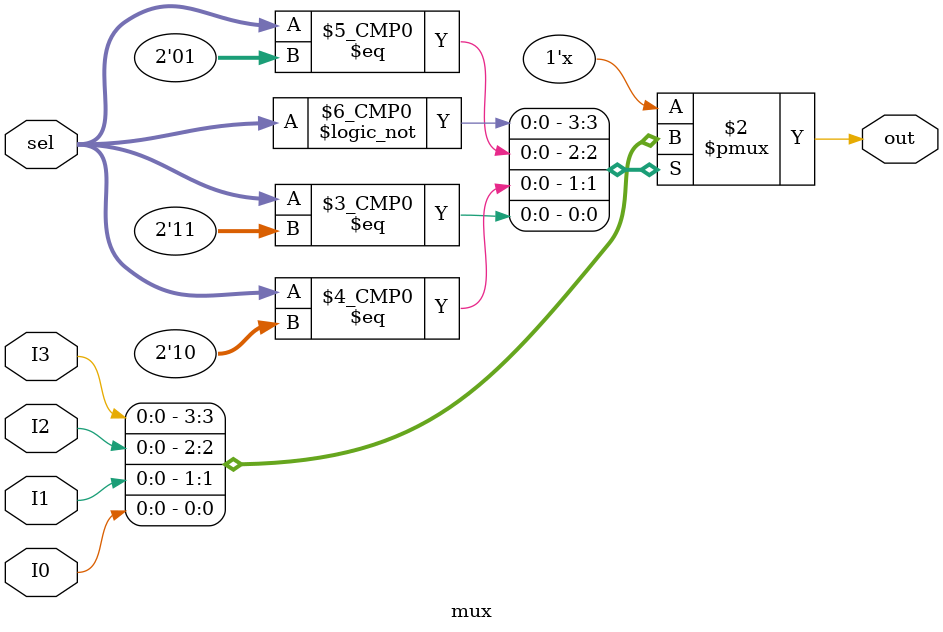
<source format=v>
`timescale 1ns / 1ps
module mux
( I3 ,I2, I1  , I0 , 
 sel , 
 out  
    );
    
input I0, I1 , I2,I3 ; 
input [1:0] sel ; 
output reg out  ;

always @ *
 begin
  case (sel)
  2'b00 : out = I3 ;
  2'b01 : out = I2;
  2'b10 : out = I1 ;
  2'b11 : out = I0 ;
  endcase
end
endmodule

</source>
